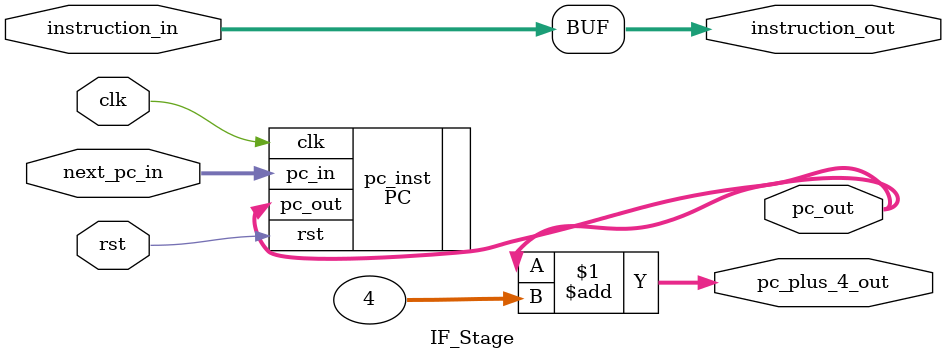
<source format=sv>
module IF_Stage (
    input logic clk, rst,
    input logic [31:0] next_pc_in,
    input logic [31:0] instruction_in,  // External instruction
    output logic [31:0] instruction_out,
    output logic [31:0] pc_out,
    output logic [31:0] pc_plus_4_out
);

    PC pc_inst (
        .clk(clk),
        .rst(rst),
        .pc_in(next_pc_in),
        .pc_out(pc_out)
    );

    // Instruction now comes from external memory
    assign instruction_out = instruction_in;

    assign pc_plus_4_out = pc_out + 32'd4;

endmodule
</source>
